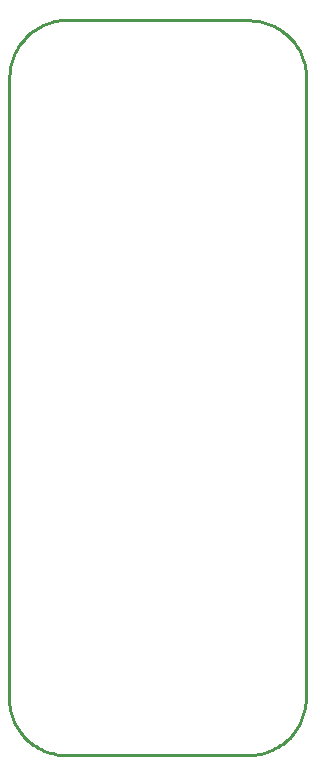
<source format=gm1>
G04*
G04 #@! TF.GenerationSoftware,Altium Limited,Altium Designer,21.7.2 (23)*
G04*
G04 Layer_Color=16711935*
%FSLAX25Y25*%
%MOIN*%
G70*
G04*
G04 #@! TF.SameCoordinates,BBFDD30D-88FA-400C-AE8C-9891A4E3AC37*
G04*
G04*
G04 #@! TF.FilePolarity,Positive*
G04*
G01*
G75*
%ADD14C,0.01000*%
D14*
X195846Y52045D02*
X196859Y52072D01*
X197869Y52153D01*
X198872Y52287D01*
X199867Y52475D01*
X200851Y52715D01*
X201821Y53007D01*
X202774Y53351D01*
X203707Y53744D01*
X204618Y54187D01*
X205504Y54678D01*
X206362Y55215D01*
X207191Y55797D01*
X207988Y56422D01*
X208750Y57089D01*
X209476Y57796D01*
X210163Y58540D01*
X210809Y59319D01*
X211414Y60132D01*
X211974Y60976D01*
X212488Y61848D01*
X212955Y62747D01*
X213374Y63669D01*
X213743Y64612D01*
X214061Y65574D01*
X214328Y66551D01*
X214542Y67541D01*
X214704Y68540D01*
X214812Y69547D01*
X214866Y70559D01*
X214866Y71571D01*
X214955Y277847D02*
X214928Y278859D01*
X214847Y279869D01*
X214713Y280872D01*
X214525Y281868D01*
X214285Y282851D01*
X213993Y283821D01*
X213649Y284774D01*
X213256Y285707D01*
X212813Y286618D01*
X212322Y287504D01*
X211785Y288362D01*
X211203Y289191D01*
X210578Y289988D01*
X209911Y290750D01*
X209204Y291476D01*
X208460Y292163D01*
X207681Y292810D01*
X206868Y293414D01*
X206024Y293974D01*
X205152Y294488D01*
X204253Y294955D01*
X203331Y295374D01*
X202388Y295743D01*
X201426Y296061D01*
X200449Y296328D01*
X199459Y296542D01*
X198459Y296704D01*
X197452Y296812D01*
X196441Y296866D01*
X195428Y296866D01*
X135153Y296955D02*
X134141Y296928D01*
X133132Y296848D01*
X132128Y296713D01*
X131132Y296525D01*
X130149Y296285D01*
X129179Y295993D01*
X128226Y295649D01*
X127293Y295256D01*
X126382Y294813D01*
X125496Y294322D01*
X124638Y293785D01*
X123809Y293203D01*
X123012Y292578D01*
X122250Y291911D01*
X121524Y291204D01*
X120837Y290460D01*
X120191Y289681D01*
X119586Y288868D01*
X119026Y288024D01*
X118512Y287152D01*
X118045Y286253D01*
X117626Y285331D01*
X117257Y284388D01*
X116939Y283426D01*
X116672Y282449D01*
X116458Y281459D01*
X116296Y280459D01*
X116188Y279452D01*
X116134Y278441D01*
X116134Y277428D01*
X115974Y71000D02*
X116001Y69988D01*
X116081Y68978D01*
X116216Y67974D01*
X116403Y66979D01*
X116644Y65995D01*
X116936Y65025D01*
X117280Y64073D01*
X117673Y63140D01*
X118116Y62229D01*
X118607Y61343D01*
X119144Y60484D01*
X119726Y59655D01*
X120351Y58859D01*
X121018Y58096D01*
X121724Y57371D01*
X122469Y56683D01*
X123248Y56037D01*
X124061Y55433D01*
X124905Y54873D01*
X125777Y54359D01*
X126676Y53891D01*
X127598Y53473D01*
X128541Y53104D01*
X129503Y52785D01*
X130480Y52518D01*
X131470Y52304D01*
X132469Y52143D01*
X133476Y52035D01*
X134488Y51981D01*
X135501Y51980D01*
X135565Y52045D02*
X195846D01*
X214955Y71661D02*
Y277847D01*
X135153Y296955D02*
X195339D01*
X116134Y70134D02*
Y277428D01*
M02*

</source>
